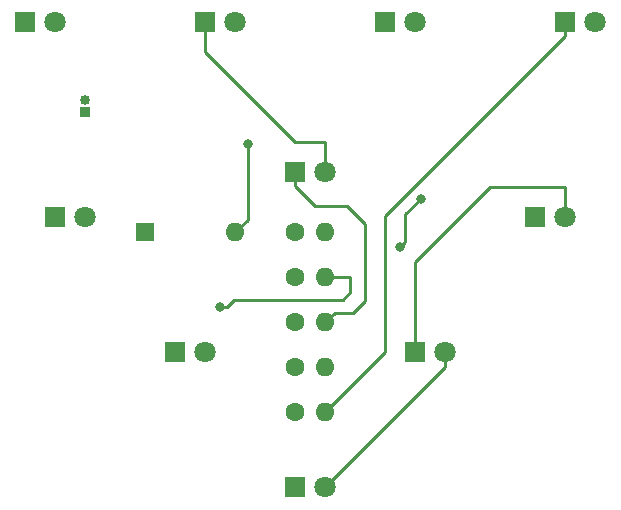
<source format=gbr>
G04 #@! TF.GenerationSoftware,KiCad,Pcbnew,(5.0.2)-1*
G04 #@! TF.CreationDate,2019-06-05T09:41:08+02:00*
G04 #@! TF.ProjectId,circuit,63697263-7569-4742-9e6b-696361645f70,rev?*
G04 #@! TF.SameCoordinates,Original*
G04 #@! TF.FileFunction,Copper,L2,Bot*
G04 #@! TF.FilePolarity,Positive*
%FSLAX46Y46*%
G04 Gerber Fmt 4.6, Leading zero omitted, Abs format (unit mm)*
G04 Created by KiCad (PCBNEW (5.0.2)-1) date 05/06/2019 09:41:08*
%MOMM*%
%LPD*%
G01*
G04 APERTURE LIST*
G04 #@! TA.AperFunction,ComponentPad*
%ADD10R,1.800000X1.800000*%
G04 #@! TD*
G04 #@! TA.AperFunction,ComponentPad*
%ADD11C,1.800000*%
G04 #@! TD*
G04 #@! TA.AperFunction,ComponentPad*
%ADD12C,1.600000*%
G04 #@! TD*
G04 #@! TA.AperFunction,ComponentPad*
%ADD13O,1.600000X1.600000*%
G04 #@! TD*
G04 #@! TA.AperFunction,ComponentPad*
%ADD14R,0.850000X0.850000*%
G04 #@! TD*
G04 #@! TA.AperFunction,ComponentPad*
%ADD15O,0.850000X0.850000*%
G04 #@! TD*
G04 #@! TA.AperFunction,ComponentPad*
%ADD16R,1.600000X1.600000*%
G04 #@! TD*
G04 #@! TA.AperFunction,ViaPad*
%ADD17C,0.800000*%
G04 #@! TD*
G04 #@! TA.AperFunction,Conductor*
%ADD18C,0.250000*%
G04 #@! TD*
G04 APERTURE END LIST*
D10*
G04 #@! TO.P,Dred1,1*
G04 #@! TO.N,Net-(Dred1-Pad1)*
X166370000Y-62230000D03*
D11*
G04 #@! TO.P,Dred1,2*
G04 #@! TO.N,Net-(Dred1-Pad2)*
X168910000Y-62230000D03*
G04 #@! TD*
D10*
G04 #@! TO.P,Dred2,1*
G04 #@! TO.N,Net-(Dred2-Pad1)*
X181610000Y-62230000D03*
D11*
G04 #@! TO.P,Dred2,2*
G04 #@! TO.N,Net-(Dred1-Pad1)*
X184150000Y-62230000D03*
G04 #@! TD*
G04 #@! TO.P,Dred3,2*
G04 #@! TO.N,Net-(Dred1-Pad2)*
X171450000Y-90170000D03*
D10*
G04 #@! TO.P,Dred3,1*
G04 #@! TO.N,Net-(Dred3-Pad1)*
X168910000Y-90170000D03*
G04 #@! TD*
D11*
G04 #@! TO.P,Dred4,2*
G04 #@! TO.N,Net-(Dred3-Pad1)*
X181610000Y-78740000D03*
D10*
G04 #@! TO.P,Dred4,1*
G04 #@! TO.N,Net-(Dred4-Pad1)*
X179070000Y-78740000D03*
G04 #@! TD*
D11*
G04 #@! TO.P,Dred5,2*
G04 #@! TO.N,Net-(Dred1-Pad2)*
X153670000Y-62230000D03*
D10*
G04 #@! TO.P,Dred5,1*
G04 #@! TO.N,Net-(Dred5-Pad1)*
X151130000Y-62230000D03*
G04 #@! TD*
G04 #@! TO.P,Dred6,1*
G04 #@! TO.N,Net-(Dred6-Pad1)*
X158750000Y-74930000D03*
D11*
G04 #@! TO.P,Dred6,2*
G04 #@! TO.N,Net-(Dred5-Pad1)*
X161290000Y-74930000D03*
G04 #@! TD*
D10*
G04 #@! TO.P,Dred7,1*
G04 #@! TO.N,Net-(Dred7-Pad1)*
X135890000Y-62230000D03*
D11*
G04 #@! TO.P,Dred7,2*
G04 #@! TO.N,Net-(Dred1-Pad2)*
X138430000Y-62230000D03*
G04 #@! TD*
G04 #@! TO.P,Dred8,2*
G04 #@! TO.N,Net-(Dred7-Pad1)*
X140970000Y-78740000D03*
D10*
G04 #@! TO.P,Dred8,1*
G04 #@! TO.N,Net-(Dred8-Pad1)*
X138430000Y-78740000D03*
G04 #@! TD*
G04 #@! TO.P,Dred9,1*
G04 #@! TO.N,Net-(Dred10-Pad2)*
X158750000Y-101600000D03*
D11*
G04 #@! TO.P,Dred9,2*
G04 #@! TO.N,Net-(Dred1-Pad2)*
X161290000Y-101600000D03*
G04 #@! TD*
G04 #@! TO.P,Dred10,2*
G04 #@! TO.N,Net-(Dred10-Pad2)*
X151130000Y-90170000D03*
D10*
G04 #@! TO.P,Dred10,1*
G04 #@! TO.N,Net-(Dred10-Pad1)*
X148590000Y-90170000D03*
G04 #@! TD*
D12*
G04 #@! TO.P,R1,1*
G04 #@! TO.N,GND*
X158750000Y-95250000D03*
D13*
G04 #@! TO.P,R1,2*
G04 #@! TO.N,Net-(Dred2-Pad1)*
X161290000Y-95250000D03*
G04 #@! TD*
D12*
G04 #@! TO.P,R2,1*
G04 #@! TO.N,GND*
X158750000Y-80010000D03*
D13*
G04 #@! TO.P,R2,2*
G04 #@! TO.N,Net-(Dred4-Pad1)*
X161290000Y-80010000D03*
G04 #@! TD*
G04 #@! TO.P,R3,2*
G04 #@! TO.N,Net-(Dred6-Pad1)*
X161290000Y-87630000D03*
D12*
G04 #@! TO.P,R3,1*
G04 #@! TO.N,GND*
X158750000Y-87630000D03*
G04 #@! TD*
D13*
G04 #@! TO.P,R4,2*
G04 #@! TO.N,Net-(Dred8-Pad1)*
X161290000Y-83820000D03*
D12*
G04 #@! TO.P,R4,1*
G04 #@! TO.N,GND*
X158750000Y-83820000D03*
G04 #@! TD*
G04 #@! TO.P,R5,1*
G04 #@! TO.N,GND*
X158750000Y-91440000D03*
D13*
G04 #@! TO.P,R5,2*
G04 #@! TO.N,Net-(Dred10-Pad1)*
X161290000Y-91440000D03*
G04 #@! TD*
D14*
G04 #@! TO.P,J1,1*
G04 #@! TO.N,GND*
X140970000Y-69850000D03*
D15*
G04 #@! TO.P,J1,2*
G04 #@! TO.N,+9V*
X140970000Y-68850000D03*
G04 #@! TD*
D16*
G04 #@! TO.P,SW1,1*
G04 #@! TO.N,+9V*
X146050000Y-80010000D03*
D13*
G04 #@! TO.P,SW1,2*
G04 #@! TO.N,Net-(Dred1-Pad2)*
X153670000Y-80010000D03*
G04 #@! TD*
D17*
G04 #@! TO.N,Net-(Dred1-Pad2)*
X169341800Y-77190600D03*
X154736800Y-72580500D03*
X167640000Y-81280000D03*
G04 #@! TO.N,Net-(Dred8-Pad1)*
X152400000Y-86360000D03*
G04 #@! TD*
D18*
G04 #@! TO.N,Net-(Dred1-Pad2)*
X161290000Y-101600000D02*
X171450000Y-91440000D01*
X171450000Y-91440000D02*
X171450000Y-90170000D01*
X154736800Y-78943200D02*
X153670000Y-80010000D01*
X154736800Y-72580500D02*
X154736800Y-78943200D01*
X168039999Y-80880001D02*
X168039999Y-78759101D01*
X167640000Y-81280000D02*
X168039999Y-80880001D01*
X168039999Y-78759101D02*
X168039999Y-78746401D01*
X168039999Y-78759101D02*
X168065399Y-78759101D01*
X168039999Y-78492401D02*
X169341800Y-77190600D01*
X168039999Y-78759101D02*
X168039999Y-78492401D01*
G04 #@! TO.N,Net-(Dred2-Pad1)*
X181610000Y-63380000D02*
X181610000Y-62230000D01*
X166370000Y-78620000D02*
X181610000Y-63380000D01*
X166370000Y-90170000D02*
X166370000Y-78620000D01*
X161290000Y-95250000D02*
X166370000Y-90170000D01*
G04 #@! TO.N,Net-(Dred3-Pad1)*
X181610000Y-78740000D02*
X181610000Y-76200000D01*
X181610000Y-76200000D02*
X175260000Y-76200000D01*
X168910000Y-82550000D02*
X168910000Y-90170000D01*
X175260000Y-76200000D02*
X168910000Y-82550000D01*
G04 #@! TO.N,Net-(Dred5-Pad1)*
X161290000Y-72390000D02*
X161290000Y-74930000D01*
X158750000Y-72390000D02*
X161290000Y-72390000D01*
X151130000Y-62230000D02*
X151130000Y-64770000D01*
X151130000Y-64770000D02*
X158750000Y-72390000D01*
G04 #@! TO.N,Net-(Dred6-Pad1)*
X160419400Y-77749400D02*
X158750000Y-76080000D01*
X161290000Y-87630000D02*
X162089999Y-86830001D01*
X162089999Y-86830001D02*
X163664799Y-86830001D01*
X163664799Y-86830001D02*
X164680900Y-85813900D01*
X158750000Y-76080000D02*
X158750000Y-74930000D01*
X164680900Y-85813900D02*
X164680900Y-79298800D01*
X164680900Y-79298800D02*
X163131500Y-77749400D01*
X163131500Y-77749400D02*
X160419400Y-77749400D01*
G04 #@! TO.N,Net-(Dred8-Pad1)*
X152965685Y-86360000D02*
X153575285Y-85750400D01*
X152400000Y-86360000D02*
X152965685Y-86360000D01*
X153575285Y-85750400D02*
X162763200Y-85750400D01*
X162763200Y-85750400D02*
X163410900Y-85102700D01*
X163410900Y-85102700D02*
X163410900Y-83832700D01*
X163398200Y-83820000D02*
X161290000Y-83820000D01*
X163410900Y-83832700D02*
X163398200Y-83820000D01*
G04 #@! TD*
M02*

</source>
